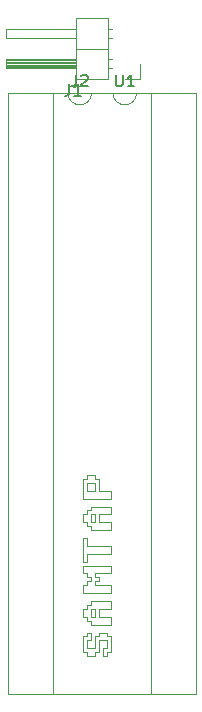
<source format=gto>
G04 #@! TF.GenerationSoftware,KiCad,Pcbnew,(5.1.9)-1*
G04 #@! TF.CreationDate,2022-09-29T02:40:57-04:00*
G04 #@! TF.ProjectId,Cocoloca-samtap,436f636f-6c6f-4636-912d-73616d746170,rev?*
G04 #@! TF.SameCoordinates,Original*
G04 #@! TF.FileFunction,Legend,Top*
G04 #@! TF.FilePolarity,Positive*
%FSLAX46Y46*%
G04 Gerber Fmt 4.6, Leading zero omitted, Abs format (unit mm)*
G04 Created by KiCad (PCBNEW (5.1.9)-1) date 2022-09-29 02:40:57*
%MOMM*%
%LPD*%
G01*
G04 APERTURE LIST*
%ADD10C,0.040000*%
%ADD11C,0.120000*%
%ADD12C,0.150000*%
G04 APERTURE END LIST*
D10*
X121920000Y-128212890D02*
X121920000Y-128878906D01*
X121920000Y-128878906D02*
X121252032Y-128878906D01*
X121252032Y-128878906D02*
X121252032Y-128212890D01*
X121252032Y-128212890D02*
X121920000Y-128212890D01*
X123252032Y-128878906D02*
X123252032Y-129544922D01*
X121252032Y-131544922D02*
X120920000Y-131544922D01*
X123252032Y-129544922D02*
X120920000Y-129544922D01*
X121920000Y-131544922D02*
X121586016Y-131544922D01*
X121920000Y-130878906D02*
X121920000Y-131544922D01*
X121586016Y-132210938D02*
X121586016Y-131878906D01*
X122252032Y-131544922D02*
X123252032Y-131544922D01*
X122252032Y-128878906D02*
X123252032Y-128878906D01*
X122252032Y-127878906D02*
X122252032Y-128878906D01*
X121920000Y-127878906D02*
X122252032Y-127878906D01*
X123252032Y-130878906D02*
X122252032Y-130878906D01*
X120920000Y-129544922D02*
X120920000Y-127878906D01*
X121920000Y-127546874D02*
X121920000Y-127878906D01*
X122252032Y-130878906D02*
X122252032Y-131544922D01*
X123252032Y-130212890D02*
X123252032Y-130878906D01*
X121252032Y-127546874D02*
X121920000Y-127546874D01*
X120920000Y-130878906D02*
X121252032Y-130878906D01*
X121252032Y-127878906D02*
X121252032Y-127546874D01*
X120920000Y-131544922D02*
X120920000Y-130878906D01*
X120920000Y-127878906D02*
X121252032Y-127878906D01*
X121586016Y-131878906D02*
X121252032Y-131878906D01*
X121586016Y-130878906D02*
X121920000Y-130878906D01*
X123252032Y-131544922D02*
X123252032Y-132210938D01*
X121252032Y-131878906D02*
X121252032Y-131544922D01*
X121586016Y-130544922D02*
X121586016Y-130212890D01*
X121586016Y-131544922D02*
X121586016Y-130878906D01*
X121586016Y-130212890D02*
X123252032Y-130212890D01*
X121252032Y-130544922D02*
X121586016Y-130544922D01*
X121252032Y-130878906D02*
X121252032Y-130544922D01*
X121586016Y-138542968D02*
X121586016Y-138210938D01*
X122252032Y-139542968D02*
X123252032Y-139542968D01*
X123252032Y-140208984D02*
X121586016Y-140208984D01*
X120920000Y-134876952D02*
X120920000Y-132878906D01*
X121920000Y-136876952D02*
X123252032Y-136876952D01*
X121252032Y-135876952D02*
X120920000Y-135876952D01*
X121586016Y-136210938D02*
X121252032Y-136210938D01*
X121586016Y-138210938D02*
X123252032Y-138210938D01*
X120920000Y-135210938D02*
X123252032Y-135210938D01*
X123252032Y-142542968D02*
X122918048Y-142542968D01*
X121586016Y-138876952D02*
X121920000Y-138876952D01*
X122252032Y-136544922D02*
X121920000Y-136544922D01*
X123252032Y-135210938D02*
X123252032Y-135876952D01*
X121252032Y-136544922D02*
X121586016Y-136544922D01*
X121586016Y-140208984D02*
X121586016Y-139876952D01*
X123252032Y-133544922D02*
X123252032Y-134210938D01*
X121252032Y-133544922D02*
X123252032Y-133544922D01*
X122252032Y-136210938D02*
X122252032Y-136544922D01*
X121252032Y-138876952D02*
X121252032Y-138542968D01*
X121920000Y-138876952D02*
X121920000Y-139542968D01*
X121252032Y-136876952D02*
X121252032Y-136544922D01*
X120920000Y-137542968D02*
X120920000Y-136876952D01*
X122918048Y-142875000D02*
X122586016Y-142875000D01*
X122918048Y-140876952D02*
X122918048Y-141208984D01*
X121252032Y-134876952D02*
X120920000Y-134876952D01*
X120920000Y-135876952D02*
X120920000Y-135210938D01*
X121920000Y-142208984D02*
X121920000Y-141208984D01*
X120920000Y-136876952D02*
X121252032Y-136876952D01*
X121252032Y-140876952D02*
X121586016Y-140876952D01*
X122252032Y-140876952D02*
X122918048Y-140876952D01*
X121586016Y-140876952D02*
X121586016Y-141542968D01*
X121920000Y-136544922D02*
X121920000Y-136876952D01*
X121920000Y-135876952D02*
X121920000Y-136210938D01*
X121252032Y-141542968D02*
X121252032Y-142208984D01*
X123252032Y-138876952D02*
X122252032Y-138876952D01*
X122252032Y-138876952D02*
X122252032Y-139542968D01*
X121252032Y-139542968D02*
X120920000Y-139542968D01*
X121252032Y-136210938D02*
X121252032Y-135876952D01*
X121252032Y-142208984D02*
X121920000Y-142208984D01*
X123252032Y-135876952D02*
X121920000Y-135876952D01*
X123252032Y-139542968D02*
X123252032Y-140208984D01*
X121586016Y-139876952D02*
X121252032Y-139876952D01*
X122918048Y-142542968D02*
X122918048Y-142875000D01*
X123252032Y-141208984D02*
X123252032Y-142542968D01*
X121920000Y-136210938D02*
X122252032Y-136210938D01*
X120920000Y-139542968D02*
X120920000Y-138876952D01*
X121252032Y-139876952D02*
X121252032Y-139542968D01*
X121586016Y-141542968D02*
X121252032Y-141542968D01*
X123252032Y-136876952D02*
X123252032Y-137542968D01*
X121252032Y-138542968D02*
X121586016Y-138542968D01*
X120920000Y-138876952D02*
X121252032Y-138876952D01*
X123252032Y-138210938D02*
X123252032Y-138876952D01*
X123252032Y-132210938D02*
X121586016Y-132210938D01*
X121252032Y-134210938D02*
X121252032Y-134876952D01*
X121586016Y-136544922D02*
X121586016Y-136210938D01*
X121920000Y-139542968D02*
X121586016Y-139542968D01*
X123252032Y-134210938D02*
X121252032Y-134210938D01*
X122252032Y-141208984D02*
X122252032Y-140876952D01*
X122918048Y-141208984D02*
X123252032Y-141208984D01*
X123252032Y-137542968D02*
X120920000Y-137542968D01*
X121252032Y-132878906D02*
X121252032Y-133544922D01*
X121920000Y-141208984D02*
X122252032Y-141208984D01*
X120920000Y-132878906D02*
X121252032Y-132878906D01*
X121586016Y-139542968D02*
X121586016Y-138876952D01*
X121920000Y-142542968D02*
X121920000Y-142875000D01*
X122918048Y-141542968D02*
X122252032Y-141542968D01*
X122252032Y-142542968D02*
X121920000Y-142542968D01*
X122586016Y-142208984D02*
X122918048Y-142208984D01*
X122586016Y-142875000D02*
X122586016Y-142208984D01*
X121252032Y-141208984D02*
X121252032Y-140876952D01*
X120920000Y-142542968D02*
X120920000Y-141208984D01*
X122252032Y-141542968D02*
X122252032Y-142542968D01*
X122918048Y-142208984D02*
X122918048Y-141542968D01*
X120920000Y-141208984D02*
X121252032Y-141208984D01*
X121252032Y-142542968D02*
X120920000Y-142542968D01*
X121252032Y-142875000D02*
X121252032Y-142542968D01*
X121920000Y-142875000D02*
X121252032Y-142875000D01*
D11*
X130520000Y-95190000D02*
X125460000Y-95190000D01*
X130520000Y-146110000D02*
X130520000Y-95190000D01*
X118400000Y-146110000D02*
X130520000Y-146110000D01*
X118400000Y-95190000D02*
X118400000Y-146110000D01*
X123460000Y-95190000D02*
X118400000Y-95190000D01*
X125460000Y-95190000D02*
G75*
G02*
X123460000Y-95190000I-1000000J0D01*
G01*
X126710000Y-95190000D02*
X121650000Y-95190000D01*
X126710000Y-146110000D02*
X126710000Y-95190000D01*
X114590000Y-146110000D02*
X126710000Y-146110000D01*
X114590000Y-95190000D02*
X114590000Y-146110000D01*
X119650000Y-95190000D02*
X114590000Y-95190000D01*
X121650000Y-95190000D02*
G75*
G02*
X119650000Y-95190000I-1000000J0D01*
G01*
X125730000Y-93980000D02*
X124460000Y-93980000D01*
X125730000Y-92710000D02*
X125730000Y-93980000D01*
X123417071Y-89790000D02*
X123020000Y-89790000D01*
X123417071Y-90550000D02*
X123020000Y-90550000D01*
X114360000Y-89790000D02*
X120360000Y-89790000D01*
X114360000Y-90550000D02*
X114360000Y-89790000D01*
X120360000Y-90550000D02*
X114360000Y-90550000D01*
X123020000Y-91440000D02*
X120360000Y-91440000D01*
X123350000Y-92330000D02*
X123020000Y-92330000D01*
X123350000Y-93090000D02*
X123020000Y-93090000D01*
X120360000Y-92430000D02*
X114360000Y-92430000D01*
X120360000Y-92550000D02*
X114360000Y-92550000D01*
X120360000Y-92670000D02*
X114360000Y-92670000D01*
X120360000Y-92790000D02*
X114360000Y-92790000D01*
X120360000Y-92910000D02*
X114360000Y-92910000D01*
X120360000Y-93030000D02*
X114360000Y-93030000D01*
X114360000Y-92330000D02*
X120360000Y-92330000D01*
X114360000Y-93090000D02*
X114360000Y-92330000D01*
X120360000Y-93090000D02*
X114360000Y-93090000D01*
X120360000Y-94040000D02*
X123020000Y-94040000D01*
X120360000Y-88840000D02*
X120360000Y-94040000D01*
X123020000Y-88840000D02*
X120360000Y-88840000D01*
X123020000Y-94040000D02*
X123020000Y-88840000D01*
D12*
X123698095Y-93642380D02*
X123698095Y-94451904D01*
X123745714Y-94547142D01*
X123793333Y-94594761D01*
X123888571Y-94642380D01*
X124079047Y-94642380D01*
X124174285Y-94594761D01*
X124221904Y-94547142D01*
X124269523Y-94451904D01*
X124269523Y-93642380D01*
X125269523Y-94642380D02*
X124698095Y-94642380D01*
X124983809Y-94642380D02*
X124983809Y-93642380D01*
X124888571Y-93785238D01*
X124793333Y-93880476D01*
X124698095Y-93928095D01*
X120316666Y-93642380D02*
X120316666Y-94356666D01*
X120269047Y-94499523D01*
X120173809Y-94594761D01*
X120030952Y-94642380D01*
X119935714Y-94642380D01*
X120745238Y-93737619D02*
X120792857Y-93690000D01*
X120888095Y-93642380D01*
X121126190Y-93642380D01*
X121221428Y-93690000D01*
X121269047Y-93737619D01*
X121316666Y-93832857D01*
X121316666Y-93928095D01*
X121269047Y-94070952D01*
X120697619Y-94642380D01*
X121316666Y-94642380D01*
X119741666Y-94432380D02*
X119741666Y-95146666D01*
X119694047Y-95289523D01*
X119598809Y-95384761D01*
X119455952Y-95432380D01*
X119360714Y-95432380D01*
X120741666Y-95432380D02*
X120170238Y-95432380D01*
X120455952Y-95432380D02*
X120455952Y-94432380D01*
X120360714Y-94575238D01*
X120265476Y-94670476D01*
X120170238Y-94718095D01*
M02*

</source>
